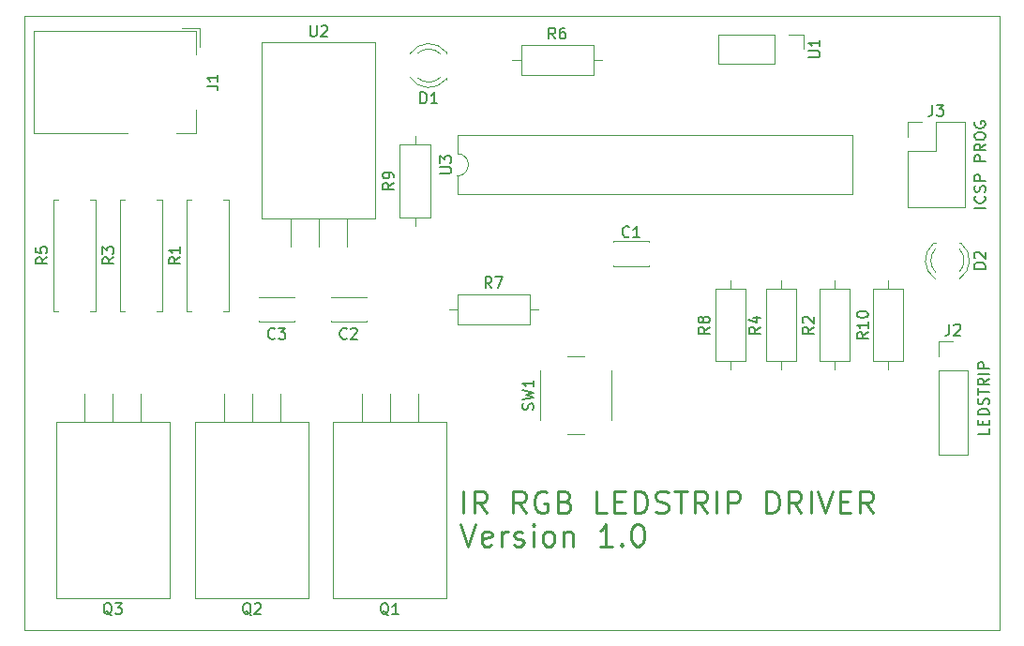
<source format=gbr>
G04 #@! TF.GenerationSoftware,KiCad,Pcbnew,(5.1.2)-2*
G04 #@! TF.CreationDate,2019-07-22T16:52:08+02:00*
G04 #@! TF.ProjectId,IR_RGB_LEDSTRIP_DRIVER,49525f52-4742-45f4-9c45-445354524950,rev?*
G04 #@! TF.SameCoordinates,Original*
G04 #@! TF.FileFunction,Legend,Top*
G04 #@! TF.FilePolarity,Positive*
%FSLAX46Y46*%
G04 Gerber Fmt 4.6, Leading zero omitted, Abs format (unit mm)*
G04 Created by KiCad (PCBNEW (5.1.2)-2) date 2019-07-22 16:52:08*
%MOMM*%
%LPD*%
G04 APERTURE LIST*
%ADD10C,0.150000*%
%ADD11C,0.050000*%
%ADD12C,0.250000*%
%ADD13C,0.120000*%
G04 APERTURE END LIST*
D10*
X86749380Y-17342952D02*
X85749380Y-17342952D01*
X86654142Y-16295333D02*
X86701761Y-16342952D01*
X86749380Y-16485809D01*
X86749380Y-16581047D01*
X86701761Y-16723904D01*
X86606523Y-16819142D01*
X86511285Y-16866761D01*
X86320809Y-16914380D01*
X86177952Y-16914380D01*
X85987476Y-16866761D01*
X85892238Y-16819142D01*
X85797000Y-16723904D01*
X85749380Y-16581047D01*
X85749380Y-16485809D01*
X85797000Y-16342952D01*
X85844619Y-16295333D01*
X86701761Y-15914380D02*
X86749380Y-15771523D01*
X86749380Y-15533428D01*
X86701761Y-15438190D01*
X86654142Y-15390571D01*
X86558904Y-15342952D01*
X86463666Y-15342952D01*
X86368428Y-15390571D01*
X86320809Y-15438190D01*
X86273190Y-15533428D01*
X86225571Y-15723904D01*
X86177952Y-15819142D01*
X86130333Y-15866761D01*
X86035095Y-15914380D01*
X85939857Y-15914380D01*
X85844619Y-15866761D01*
X85797000Y-15819142D01*
X85749380Y-15723904D01*
X85749380Y-15485809D01*
X85797000Y-15342952D01*
X86749380Y-14914380D02*
X85749380Y-14914380D01*
X85749380Y-14533428D01*
X85797000Y-14438190D01*
X85844619Y-14390571D01*
X85939857Y-14342952D01*
X86082714Y-14342952D01*
X86177952Y-14390571D01*
X86225571Y-14438190D01*
X86273190Y-14533428D01*
X86273190Y-14914380D01*
X86749380Y-13152476D02*
X85749380Y-13152476D01*
X85749380Y-12771523D01*
X85797000Y-12676285D01*
X85844619Y-12628666D01*
X85939857Y-12581047D01*
X86082714Y-12581047D01*
X86177952Y-12628666D01*
X86225571Y-12676285D01*
X86273190Y-12771523D01*
X86273190Y-13152476D01*
X86749380Y-11581047D02*
X86273190Y-11914380D01*
X86749380Y-12152476D02*
X85749380Y-12152476D01*
X85749380Y-11771523D01*
X85797000Y-11676285D01*
X85844619Y-11628666D01*
X85939857Y-11581047D01*
X86082714Y-11581047D01*
X86177952Y-11628666D01*
X86225571Y-11676285D01*
X86273190Y-11771523D01*
X86273190Y-12152476D01*
X85749380Y-10962000D02*
X85749380Y-10771523D01*
X85797000Y-10676285D01*
X85892238Y-10581047D01*
X86082714Y-10533428D01*
X86416047Y-10533428D01*
X86606523Y-10581047D01*
X86701761Y-10676285D01*
X86749380Y-10771523D01*
X86749380Y-10962000D01*
X86701761Y-11057238D01*
X86606523Y-11152476D01*
X86416047Y-11200095D01*
X86082714Y-11200095D01*
X85892238Y-11152476D01*
X85797000Y-11057238D01*
X85749380Y-10962000D01*
X85797000Y-9581047D02*
X85749380Y-9676285D01*
X85749380Y-9819142D01*
X85797000Y-9962000D01*
X85892238Y-10057238D01*
X85987476Y-10104857D01*
X86177952Y-10152476D01*
X86320809Y-10152476D01*
X86511285Y-10104857D01*
X86606523Y-10057238D01*
X86701761Y-9962000D01*
X86749380Y-9819142D01*
X86749380Y-9723904D01*
X86701761Y-9581047D01*
X86654142Y-9533428D01*
X86320809Y-9533428D01*
X86320809Y-9723904D01*
X87066380Y-37282095D02*
X87066380Y-37758285D01*
X86066380Y-37758285D01*
X86542571Y-36948761D02*
X86542571Y-36615428D01*
X87066380Y-36472571D02*
X87066380Y-36948761D01*
X86066380Y-36948761D01*
X86066380Y-36472571D01*
X87066380Y-36044000D02*
X86066380Y-36044000D01*
X86066380Y-35805904D01*
X86114000Y-35663047D01*
X86209238Y-35567809D01*
X86304476Y-35520190D01*
X86494952Y-35472571D01*
X86637809Y-35472571D01*
X86828285Y-35520190D01*
X86923523Y-35567809D01*
X87018761Y-35663047D01*
X87066380Y-35805904D01*
X87066380Y-36044000D01*
X87018761Y-35091619D02*
X87066380Y-34948761D01*
X87066380Y-34710666D01*
X87018761Y-34615428D01*
X86971142Y-34567809D01*
X86875904Y-34520190D01*
X86780666Y-34520190D01*
X86685428Y-34567809D01*
X86637809Y-34615428D01*
X86590190Y-34710666D01*
X86542571Y-34901142D01*
X86494952Y-34996380D01*
X86447333Y-35044000D01*
X86352095Y-35091619D01*
X86256857Y-35091619D01*
X86161619Y-35044000D01*
X86114000Y-34996380D01*
X86066380Y-34901142D01*
X86066380Y-34663047D01*
X86114000Y-34520190D01*
X86066380Y-34234476D02*
X86066380Y-33663047D01*
X87066380Y-33948761D02*
X86066380Y-33948761D01*
X87066380Y-32758285D02*
X86590190Y-33091619D01*
X87066380Y-33329714D02*
X86066380Y-33329714D01*
X86066380Y-32948761D01*
X86114000Y-32853523D01*
X86161619Y-32805904D01*
X86256857Y-32758285D01*
X86399714Y-32758285D01*
X86494952Y-32805904D01*
X86542571Y-32853523D01*
X86590190Y-32948761D01*
X86590190Y-33329714D01*
X87066380Y-32329714D02*
X86066380Y-32329714D01*
X87066380Y-31853523D02*
X86066380Y-31853523D01*
X86066380Y-31472571D01*
X86114000Y-31377333D01*
X86161619Y-31329714D01*
X86256857Y-31282095D01*
X86399714Y-31282095D01*
X86494952Y-31329714D01*
X86542571Y-31377333D01*
X86590190Y-31472571D01*
X86590190Y-31853523D01*
D11*
X88000000Y-55500000D02*
X88000000Y0D01*
X0Y-55500000D02*
X88000000Y-55500000D01*
X0Y0D02*
X0Y-55500000D01*
X82500000Y0D02*
X88000000Y0D01*
D12*
X39352976Y-45904761D02*
X40019642Y-47904761D01*
X40686309Y-45904761D01*
X42114880Y-47809523D02*
X41924404Y-47904761D01*
X41543452Y-47904761D01*
X41352976Y-47809523D01*
X41257738Y-47619047D01*
X41257738Y-46857142D01*
X41352976Y-46666666D01*
X41543452Y-46571428D01*
X41924404Y-46571428D01*
X42114880Y-46666666D01*
X42210119Y-46857142D01*
X42210119Y-47047619D01*
X41257738Y-47238095D01*
X43067261Y-47904761D02*
X43067261Y-46571428D01*
X43067261Y-46952380D02*
X43162500Y-46761904D01*
X43257738Y-46666666D01*
X43448214Y-46571428D01*
X43638690Y-46571428D01*
X44210119Y-47809523D02*
X44400595Y-47904761D01*
X44781547Y-47904761D01*
X44972023Y-47809523D01*
X45067261Y-47619047D01*
X45067261Y-47523809D01*
X44972023Y-47333333D01*
X44781547Y-47238095D01*
X44495833Y-47238095D01*
X44305357Y-47142857D01*
X44210119Y-46952380D01*
X44210119Y-46857142D01*
X44305357Y-46666666D01*
X44495833Y-46571428D01*
X44781547Y-46571428D01*
X44972023Y-46666666D01*
X45924404Y-47904761D02*
X45924404Y-46571428D01*
X45924404Y-45904761D02*
X45829166Y-46000000D01*
X45924404Y-46095238D01*
X46019642Y-46000000D01*
X45924404Y-45904761D01*
X45924404Y-46095238D01*
X47162500Y-47904761D02*
X46972023Y-47809523D01*
X46876785Y-47714285D01*
X46781547Y-47523809D01*
X46781547Y-46952380D01*
X46876785Y-46761904D01*
X46972023Y-46666666D01*
X47162500Y-46571428D01*
X47448214Y-46571428D01*
X47638690Y-46666666D01*
X47733928Y-46761904D01*
X47829166Y-46952380D01*
X47829166Y-47523809D01*
X47733928Y-47714285D01*
X47638690Y-47809523D01*
X47448214Y-47904761D01*
X47162500Y-47904761D01*
X48686309Y-46571428D02*
X48686309Y-47904761D01*
X48686309Y-46761904D02*
X48781547Y-46666666D01*
X48972023Y-46571428D01*
X49257738Y-46571428D01*
X49448214Y-46666666D01*
X49543452Y-46857142D01*
X49543452Y-47904761D01*
X53067261Y-47904761D02*
X51924404Y-47904761D01*
X52495833Y-47904761D02*
X52495833Y-45904761D01*
X52305357Y-46190476D01*
X52114880Y-46380952D01*
X51924404Y-46476190D01*
X53924404Y-47714285D02*
X54019642Y-47809523D01*
X53924404Y-47904761D01*
X53829166Y-47809523D01*
X53924404Y-47714285D01*
X53924404Y-47904761D01*
X55257738Y-45904761D02*
X55448214Y-45904761D01*
X55638690Y-46000000D01*
X55733928Y-46095238D01*
X55829166Y-46285714D01*
X55924404Y-46666666D01*
X55924404Y-47142857D01*
X55829166Y-47523809D01*
X55733928Y-47714285D01*
X55638690Y-47809523D01*
X55448214Y-47904761D01*
X55257738Y-47904761D01*
X55067261Y-47809523D01*
X54972023Y-47714285D01*
X54876785Y-47523809D01*
X54781547Y-47142857D01*
X54781547Y-46666666D01*
X54876785Y-46285714D01*
X54972023Y-46095238D01*
X55067261Y-46000000D01*
X55257738Y-45904761D01*
X39638690Y-44904761D02*
X39638690Y-42904761D01*
X41733928Y-44904761D02*
X41067261Y-43952380D01*
X40591071Y-44904761D02*
X40591071Y-42904761D01*
X41352976Y-42904761D01*
X41543452Y-43000000D01*
X41638690Y-43095238D01*
X41733928Y-43285714D01*
X41733928Y-43571428D01*
X41638690Y-43761904D01*
X41543452Y-43857142D01*
X41352976Y-43952380D01*
X40591071Y-43952380D01*
X45257738Y-44904761D02*
X44591071Y-43952380D01*
X44114880Y-44904761D02*
X44114880Y-42904761D01*
X44876785Y-42904761D01*
X45067261Y-43000000D01*
X45162500Y-43095238D01*
X45257738Y-43285714D01*
X45257738Y-43571428D01*
X45162500Y-43761904D01*
X45067261Y-43857142D01*
X44876785Y-43952380D01*
X44114880Y-43952380D01*
X47162500Y-43000000D02*
X46972023Y-42904761D01*
X46686309Y-42904761D01*
X46400595Y-43000000D01*
X46210119Y-43190476D01*
X46114880Y-43380952D01*
X46019642Y-43761904D01*
X46019642Y-44047619D01*
X46114880Y-44428571D01*
X46210119Y-44619047D01*
X46400595Y-44809523D01*
X46686309Y-44904761D01*
X46876785Y-44904761D01*
X47162500Y-44809523D01*
X47257738Y-44714285D01*
X47257738Y-44047619D01*
X46876785Y-44047619D01*
X48781547Y-43857142D02*
X49067261Y-43952380D01*
X49162500Y-44047619D01*
X49257738Y-44238095D01*
X49257738Y-44523809D01*
X49162500Y-44714285D01*
X49067261Y-44809523D01*
X48876785Y-44904761D01*
X48114880Y-44904761D01*
X48114880Y-42904761D01*
X48781547Y-42904761D01*
X48972023Y-43000000D01*
X49067261Y-43095238D01*
X49162500Y-43285714D01*
X49162500Y-43476190D01*
X49067261Y-43666666D01*
X48972023Y-43761904D01*
X48781547Y-43857142D01*
X48114880Y-43857142D01*
X52591071Y-44904761D02*
X51638690Y-44904761D01*
X51638690Y-42904761D01*
X53257738Y-43857142D02*
X53924404Y-43857142D01*
X54210119Y-44904761D02*
X53257738Y-44904761D01*
X53257738Y-42904761D01*
X54210119Y-42904761D01*
X55067261Y-44904761D02*
X55067261Y-42904761D01*
X55543452Y-42904761D01*
X55829166Y-43000000D01*
X56019642Y-43190476D01*
X56114880Y-43380952D01*
X56210119Y-43761904D01*
X56210119Y-44047619D01*
X56114880Y-44428571D01*
X56019642Y-44619047D01*
X55829166Y-44809523D01*
X55543452Y-44904761D01*
X55067261Y-44904761D01*
X56972023Y-44809523D02*
X57257738Y-44904761D01*
X57733928Y-44904761D01*
X57924404Y-44809523D01*
X58019642Y-44714285D01*
X58114880Y-44523809D01*
X58114880Y-44333333D01*
X58019642Y-44142857D01*
X57924404Y-44047619D01*
X57733928Y-43952380D01*
X57352976Y-43857142D01*
X57162500Y-43761904D01*
X57067261Y-43666666D01*
X56972023Y-43476190D01*
X56972023Y-43285714D01*
X57067261Y-43095238D01*
X57162500Y-43000000D01*
X57352976Y-42904761D01*
X57829166Y-42904761D01*
X58114880Y-43000000D01*
X58686309Y-42904761D02*
X59829166Y-42904761D01*
X59257738Y-44904761D02*
X59257738Y-42904761D01*
X61638690Y-44904761D02*
X60972023Y-43952380D01*
X60495833Y-44904761D02*
X60495833Y-42904761D01*
X61257738Y-42904761D01*
X61448214Y-43000000D01*
X61543452Y-43095238D01*
X61638690Y-43285714D01*
X61638690Y-43571428D01*
X61543452Y-43761904D01*
X61448214Y-43857142D01*
X61257738Y-43952380D01*
X60495833Y-43952380D01*
X62495833Y-44904761D02*
X62495833Y-42904761D01*
X63448214Y-44904761D02*
X63448214Y-42904761D01*
X64210119Y-42904761D01*
X64400595Y-43000000D01*
X64495833Y-43095238D01*
X64591071Y-43285714D01*
X64591071Y-43571428D01*
X64495833Y-43761904D01*
X64400595Y-43857142D01*
X64210119Y-43952380D01*
X63448214Y-43952380D01*
X66972023Y-44904761D02*
X66972023Y-42904761D01*
X67448214Y-42904761D01*
X67733928Y-43000000D01*
X67924404Y-43190476D01*
X68019642Y-43380952D01*
X68114880Y-43761904D01*
X68114880Y-44047619D01*
X68019642Y-44428571D01*
X67924404Y-44619047D01*
X67733928Y-44809523D01*
X67448214Y-44904761D01*
X66972023Y-44904761D01*
X70114880Y-44904761D02*
X69448214Y-43952380D01*
X68972023Y-44904761D02*
X68972023Y-42904761D01*
X69733928Y-42904761D01*
X69924404Y-43000000D01*
X70019642Y-43095238D01*
X70114880Y-43285714D01*
X70114880Y-43571428D01*
X70019642Y-43761904D01*
X69924404Y-43857142D01*
X69733928Y-43952380D01*
X68972023Y-43952380D01*
X70972023Y-44904761D02*
X70972023Y-42904761D01*
X71638690Y-42904761D02*
X72305357Y-44904761D01*
X72972023Y-42904761D01*
X73638690Y-43857142D02*
X74305357Y-43857142D01*
X74591071Y-44904761D02*
X73638690Y-44904761D01*
X73638690Y-42904761D01*
X74591071Y-42904761D01*
X76591071Y-44904761D02*
X75924404Y-43952380D01*
X75448214Y-44904761D02*
X75448214Y-42904761D01*
X76210119Y-42904761D01*
X76400595Y-43000000D01*
X76495833Y-43095238D01*
X76591071Y-43285714D01*
X76591071Y-43571428D01*
X76495833Y-43761904D01*
X76400595Y-43857142D01*
X76210119Y-43952380D01*
X75448214Y-43952380D01*
D11*
X0Y0D02*
X82500000Y0D01*
D13*
G04 #@! TO.C,J1*
X15500000Y-1400000D02*
X15500000Y-3500000D01*
X15800000Y-1100000D02*
X14200000Y-1100000D01*
X15800000Y-2800000D02*
X15800000Y-1100000D01*
X15500000Y-10600000D02*
X13700000Y-10600000D01*
X15500000Y-8500000D02*
X15500000Y-10600000D01*
X800000Y-1400000D02*
X15500000Y-1400000D01*
X800000Y-10600000D02*
X800000Y-1400000D01*
X9300000Y-10600000D02*
X800000Y-10600000D01*
G04 #@! TO.C,J3*
X79696000Y-9592000D02*
X81026000Y-9592000D01*
X79696000Y-10922000D02*
X79696000Y-9592000D01*
X82296000Y-9592000D02*
X84896000Y-9592000D01*
X82296000Y-12192000D02*
X82296000Y-9592000D01*
X79696000Y-12192000D02*
X82296000Y-12192000D01*
X84896000Y-9592000D02*
X84896000Y-17332000D01*
X79696000Y-12192000D02*
X79696000Y-17332000D01*
X79696000Y-17332000D02*
X84896000Y-17332000D01*
G04 #@! TO.C,R10*
X77978000Y-31980000D02*
X77978000Y-31210000D01*
X77978000Y-23900000D02*
X77978000Y-24670000D01*
X79348000Y-31210000D02*
X79348000Y-24670000D01*
X76608000Y-31210000D02*
X79348000Y-31210000D01*
X76608000Y-24670000D02*
X76608000Y-31210000D01*
X79348000Y-24670000D02*
X76608000Y-24670000D01*
G04 #@! TO.C,R9*
X35250000Y-10880000D02*
X35250000Y-11650000D01*
X35250000Y-18960000D02*
X35250000Y-18190000D01*
X33880000Y-11650000D02*
X33880000Y-18190000D01*
X36620000Y-11650000D02*
X33880000Y-11650000D01*
X36620000Y-18190000D02*
X36620000Y-11650000D01*
X33880000Y-18190000D02*
X36620000Y-18190000D01*
G04 #@! TO.C,D2*
X82232000Y-20538000D02*
X82076000Y-20538000D01*
X84548000Y-20538000D02*
X84392000Y-20538000D01*
X82232163Y-23139130D02*
G75*
G02X82232000Y-21057039I1079837J1041130D01*
G01*
X84391837Y-23139130D02*
G75*
G03X84392000Y-21057039I-1079837J1041130D01*
G01*
X82233392Y-23770335D02*
G75*
G02X82076484Y-20538000I1078608J1672335D01*
G01*
X84390608Y-23770335D02*
G75*
G03X84547516Y-20538000I-1078608J1672335D01*
G01*
G04 #@! TO.C,D1*
X38040000Y-3420000D02*
X38040000Y-3264000D01*
X38040000Y-5736000D02*
X38040000Y-5580000D01*
X35438870Y-3420163D02*
G75*
G02X37520961Y-3420000I1041130J-1079837D01*
G01*
X35438870Y-5579837D02*
G75*
G03X37520961Y-5580000I1041130J1079837D01*
G01*
X34807665Y-3421392D02*
G75*
G02X38040000Y-3264484I1672335J-1078608D01*
G01*
X34807665Y-5578608D02*
G75*
G03X38040000Y-5735516I1672335J1078608D01*
G01*
G04 #@! TO.C,C1*
X56370000Y-22555000D02*
X56370000Y-22620000D01*
X56370000Y-20380000D02*
X56370000Y-20445000D01*
X53130000Y-22555000D02*
X53130000Y-22620000D01*
X53130000Y-20380000D02*
X53130000Y-20445000D01*
X53130000Y-22620000D02*
X56370000Y-22620000D01*
X53130000Y-20380000D02*
X56370000Y-20380000D01*
G04 #@! TO.C,C2*
X27630000Y-25445000D02*
X27630000Y-25380000D01*
X27630000Y-27620000D02*
X27630000Y-27555000D01*
X30870000Y-25445000D02*
X30870000Y-25380000D01*
X30870000Y-27620000D02*
X30870000Y-27555000D01*
X30870000Y-25380000D02*
X27630000Y-25380000D01*
X30870000Y-27620000D02*
X27630000Y-27620000D01*
G04 #@! TO.C,C3*
X21130000Y-25445000D02*
X21130000Y-25380000D01*
X21130000Y-27620000D02*
X21130000Y-27555000D01*
X24370000Y-25445000D02*
X24370000Y-25380000D01*
X24370000Y-27620000D02*
X24370000Y-27555000D01*
X24370000Y-25380000D02*
X21130000Y-25380000D01*
X24370000Y-27620000D02*
X21130000Y-27620000D01*
G04 #@! TO.C,J2*
X82490000Y-29404000D02*
X83820000Y-29404000D01*
X82490000Y-30734000D02*
X82490000Y-29404000D01*
X82490000Y-32004000D02*
X85150000Y-32004000D01*
X85150000Y-32004000D02*
X85150000Y-39684000D01*
X82490000Y-32004000D02*
X82490000Y-39684000D01*
X82490000Y-39684000D02*
X85150000Y-39684000D01*
G04 #@! TO.C,R1*
X18420000Y-16580000D02*
X17940000Y-16580000D01*
X18420000Y-26720000D02*
X18420000Y-16580000D01*
X17940000Y-26720000D02*
X18420000Y-26720000D01*
X14580000Y-16580000D02*
X15060000Y-16580000D01*
X14580000Y-26720000D02*
X14580000Y-16580000D01*
X15060000Y-26720000D02*
X14580000Y-26720000D01*
G04 #@! TO.C,R3*
X12420000Y-16580000D02*
X11940000Y-16580000D01*
X12420000Y-26720000D02*
X12420000Y-16580000D01*
X11940000Y-26720000D02*
X12420000Y-26720000D01*
X8580000Y-16580000D02*
X9060000Y-16580000D01*
X8580000Y-26720000D02*
X8580000Y-16580000D01*
X9060000Y-26720000D02*
X8580000Y-26720000D01*
G04 #@! TO.C,R5*
X6420000Y-16580000D02*
X5940000Y-16580000D01*
X6420000Y-26720000D02*
X6420000Y-16580000D01*
X5940000Y-26720000D02*
X6420000Y-26720000D01*
X2580000Y-16580000D02*
X3060000Y-16580000D01*
X2580000Y-26720000D02*
X2580000Y-16580000D01*
X3060000Y-26720000D02*
X2580000Y-26720000D01*
G04 #@! TO.C,SW1*
X50500000Y-30750000D02*
X49000000Y-30750000D01*
X46500000Y-32000000D02*
X46500000Y-36500000D01*
X49000000Y-37750000D02*
X50500000Y-37750000D01*
X53000000Y-36500000D02*
X53000000Y-32000000D01*
G04 #@! TO.C,U1*
X70330000Y-1670000D02*
X70330000Y-3000000D01*
X69000000Y-1670000D02*
X70330000Y-1670000D01*
X67730000Y-1670000D02*
X67730000Y-4330000D01*
X67730000Y-4330000D02*
X62590000Y-4330000D01*
X67730000Y-1670000D02*
X62590000Y-1670000D01*
X62590000Y-1670000D02*
X62590000Y-4330000D01*
G04 #@! TO.C,U3*
X39056000Y-10812000D02*
X39056000Y-12462000D01*
X74736000Y-10812000D02*
X39056000Y-10812000D01*
X74736000Y-16112000D02*
X74736000Y-10812000D01*
X39056000Y-16112000D02*
X74736000Y-16112000D01*
X39056000Y-14462000D02*
X39056000Y-16112000D01*
X39056000Y-12462000D02*
G75*
G02X39056000Y-14462000I0J-1000000D01*
G01*
G04 #@! TO.C,Q1*
X30420000Y-36690000D02*
X30420000Y-34150000D01*
X32960000Y-36690000D02*
X32960000Y-34150000D01*
X35500000Y-36690000D02*
X35500000Y-34150000D01*
X27840000Y-52580000D02*
X27840000Y-36690000D01*
X38080000Y-52580000D02*
X38080000Y-36690000D01*
X38080000Y-52580000D02*
X27840000Y-52580000D01*
X38080000Y-36690000D02*
X27840000Y-36690000D01*
G04 #@! TO.C,Q2*
X25660000Y-36690000D02*
X15420000Y-36690000D01*
X25660000Y-52580000D02*
X15420000Y-52580000D01*
X25660000Y-52580000D02*
X25660000Y-36690000D01*
X15420000Y-52580000D02*
X15420000Y-36690000D01*
X23080000Y-36690000D02*
X23080000Y-34150000D01*
X20540000Y-36690000D02*
X20540000Y-34150000D01*
X18000000Y-36690000D02*
X18000000Y-34150000D01*
G04 #@! TO.C,Q3*
X5420000Y-36690000D02*
X5420000Y-34150000D01*
X7960000Y-36690000D02*
X7960000Y-34150000D01*
X10500000Y-36690000D02*
X10500000Y-34150000D01*
X2840000Y-52580000D02*
X2840000Y-36690000D01*
X13080000Y-52580000D02*
X13080000Y-36690000D01*
X13080000Y-52580000D02*
X2840000Y-52580000D01*
X13080000Y-36690000D02*
X2840000Y-36690000D01*
G04 #@! TO.C,U2*
X21420000Y-18310000D02*
X31660000Y-18310000D01*
X21420000Y-2420000D02*
X31660000Y-2420000D01*
X21420000Y-2420000D02*
X21420000Y-18310000D01*
X31660000Y-2420000D02*
X31660000Y-18310000D01*
X24000000Y-18310000D02*
X24000000Y-20850000D01*
X26540000Y-18310000D02*
X26540000Y-20850000D01*
X29080000Y-18310000D02*
X29080000Y-20850000D01*
G04 #@! TO.C,R2*
X73152000Y-23900000D02*
X73152000Y-24670000D01*
X73152000Y-31980000D02*
X73152000Y-31210000D01*
X71782000Y-24670000D02*
X71782000Y-31210000D01*
X74522000Y-24670000D02*
X71782000Y-24670000D01*
X74522000Y-31210000D02*
X74522000Y-24670000D01*
X71782000Y-31210000D02*
X74522000Y-31210000D01*
G04 #@! TO.C,R4*
X68326000Y-23900000D02*
X68326000Y-24670000D01*
X68326000Y-31980000D02*
X68326000Y-31210000D01*
X66956000Y-24670000D02*
X66956000Y-31210000D01*
X69696000Y-24670000D02*
X66956000Y-24670000D01*
X69696000Y-31210000D02*
X69696000Y-24670000D01*
X66956000Y-31210000D02*
X69696000Y-31210000D01*
G04 #@! TO.C,R6*
X44810000Y-2630000D02*
X44810000Y-5370000D01*
X44810000Y-5370000D02*
X51350000Y-5370000D01*
X51350000Y-5370000D02*
X51350000Y-2630000D01*
X51350000Y-2630000D02*
X44810000Y-2630000D01*
X44040000Y-4000000D02*
X44810000Y-4000000D01*
X52120000Y-4000000D02*
X51350000Y-4000000D01*
G04 #@! TO.C,R7*
X39060000Y-25130000D02*
X39060000Y-27870000D01*
X39060000Y-27870000D02*
X45600000Y-27870000D01*
X45600000Y-27870000D02*
X45600000Y-25130000D01*
X45600000Y-25130000D02*
X39060000Y-25130000D01*
X38290000Y-26500000D02*
X39060000Y-26500000D01*
X46370000Y-26500000D02*
X45600000Y-26500000D01*
G04 #@! TO.C,R8*
X62384000Y-31210000D02*
X65124000Y-31210000D01*
X65124000Y-31210000D02*
X65124000Y-24670000D01*
X65124000Y-24670000D02*
X62384000Y-24670000D01*
X62384000Y-24670000D02*
X62384000Y-31210000D01*
X63754000Y-31980000D02*
X63754000Y-31210000D01*
X63754000Y-23900000D02*
X63754000Y-24670000D01*
G04 #@! TD*
G04 #@! TO.C,J1*
D10*
X16452380Y-6333333D02*
X17166666Y-6333333D01*
X17309523Y-6380952D01*
X17404761Y-6476190D01*
X17452380Y-6619047D01*
X17452380Y-6714285D01*
X17452380Y-5333333D02*
X17452380Y-5904761D01*
X17452380Y-5619047D02*
X16452380Y-5619047D01*
X16595238Y-5714285D01*
X16690476Y-5809523D01*
X16738095Y-5904761D01*
G04 #@! TO.C,J3*
X81962666Y-8044380D02*
X81962666Y-8758666D01*
X81915047Y-8901523D01*
X81819809Y-8996761D01*
X81676952Y-9044380D01*
X81581714Y-9044380D01*
X82343619Y-8044380D02*
X82962666Y-8044380D01*
X82629333Y-8425333D01*
X82772190Y-8425333D01*
X82867428Y-8472952D01*
X82915047Y-8520571D01*
X82962666Y-8615809D01*
X82962666Y-8853904D01*
X82915047Y-8949142D01*
X82867428Y-8996761D01*
X82772190Y-9044380D01*
X82486476Y-9044380D01*
X82391238Y-8996761D01*
X82343619Y-8949142D01*
G04 #@! TO.C,R10*
X76144380Y-28582857D02*
X75668190Y-28916190D01*
X76144380Y-29154285D02*
X75144380Y-29154285D01*
X75144380Y-28773333D01*
X75192000Y-28678095D01*
X75239619Y-28630476D01*
X75334857Y-28582857D01*
X75477714Y-28582857D01*
X75572952Y-28630476D01*
X75620571Y-28678095D01*
X75668190Y-28773333D01*
X75668190Y-29154285D01*
X76144380Y-27630476D02*
X76144380Y-28201904D01*
X76144380Y-27916190D02*
X75144380Y-27916190D01*
X75287238Y-28011428D01*
X75382476Y-28106666D01*
X75430095Y-28201904D01*
X75144380Y-27011428D02*
X75144380Y-26916190D01*
X75192000Y-26820952D01*
X75239619Y-26773333D01*
X75334857Y-26725714D01*
X75525333Y-26678095D01*
X75763428Y-26678095D01*
X75953904Y-26725714D01*
X76049142Y-26773333D01*
X76096761Y-26820952D01*
X76144380Y-26916190D01*
X76144380Y-27011428D01*
X76096761Y-27106666D01*
X76049142Y-27154285D01*
X75953904Y-27201904D01*
X75763428Y-27249523D01*
X75525333Y-27249523D01*
X75334857Y-27201904D01*
X75239619Y-27154285D01*
X75192000Y-27106666D01*
X75144380Y-27011428D01*
G04 #@! TO.C,R9*
X33332380Y-15086666D02*
X32856190Y-15420000D01*
X33332380Y-15658095D02*
X32332380Y-15658095D01*
X32332380Y-15277142D01*
X32380000Y-15181904D01*
X32427619Y-15134285D01*
X32522857Y-15086666D01*
X32665714Y-15086666D01*
X32760952Y-15134285D01*
X32808571Y-15181904D01*
X32856190Y-15277142D01*
X32856190Y-15658095D01*
X33332380Y-14610476D02*
X33332380Y-14420000D01*
X33284761Y-14324761D01*
X33237142Y-14277142D01*
X33094285Y-14181904D01*
X32903809Y-14134285D01*
X32522857Y-14134285D01*
X32427619Y-14181904D01*
X32380000Y-14229523D01*
X32332380Y-14324761D01*
X32332380Y-14515238D01*
X32380000Y-14610476D01*
X32427619Y-14658095D01*
X32522857Y-14705714D01*
X32760952Y-14705714D01*
X32856190Y-14658095D01*
X32903809Y-14610476D01*
X32951428Y-14515238D01*
X32951428Y-14324761D01*
X32903809Y-14229523D01*
X32856190Y-14181904D01*
X32760952Y-14134285D01*
G04 #@! TO.C,D2*
X86724380Y-22836095D02*
X85724380Y-22836095D01*
X85724380Y-22598000D01*
X85772000Y-22455142D01*
X85867238Y-22359904D01*
X85962476Y-22312285D01*
X86152952Y-22264666D01*
X86295809Y-22264666D01*
X86486285Y-22312285D01*
X86581523Y-22359904D01*
X86676761Y-22455142D01*
X86724380Y-22598000D01*
X86724380Y-22836095D01*
X85819619Y-21883714D02*
X85772000Y-21836095D01*
X85724380Y-21740857D01*
X85724380Y-21502761D01*
X85772000Y-21407523D01*
X85819619Y-21359904D01*
X85914857Y-21312285D01*
X86010095Y-21312285D01*
X86152952Y-21359904D01*
X86724380Y-21931333D01*
X86724380Y-21312285D01*
G04 #@! TO.C,D1*
X35741904Y-7912380D02*
X35741904Y-6912380D01*
X35980000Y-6912380D01*
X36122857Y-6960000D01*
X36218095Y-7055238D01*
X36265714Y-7150476D01*
X36313333Y-7340952D01*
X36313333Y-7483809D01*
X36265714Y-7674285D01*
X36218095Y-7769523D01*
X36122857Y-7864761D01*
X35980000Y-7912380D01*
X35741904Y-7912380D01*
X37265714Y-7912380D02*
X36694285Y-7912380D01*
X36980000Y-7912380D02*
X36980000Y-6912380D01*
X36884761Y-7055238D01*
X36789523Y-7150476D01*
X36694285Y-7198095D01*
G04 #@! TO.C,C1*
X54583333Y-19915142D02*
X54535714Y-19962761D01*
X54392857Y-20010380D01*
X54297619Y-20010380D01*
X54154761Y-19962761D01*
X54059523Y-19867523D01*
X54011904Y-19772285D01*
X53964285Y-19581809D01*
X53964285Y-19438952D01*
X54011904Y-19248476D01*
X54059523Y-19153238D01*
X54154761Y-19058000D01*
X54297619Y-19010380D01*
X54392857Y-19010380D01*
X54535714Y-19058000D01*
X54583333Y-19105619D01*
X55535714Y-20010380D02*
X54964285Y-20010380D01*
X55250000Y-20010380D02*
X55250000Y-19010380D01*
X55154761Y-19153238D01*
X55059523Y-19248476D01*
X54964285Y-19296095D01*
G04 #@! TO.C,C2*
X29083333Y-29107142D02*
X29035714Y-29154761D01*
X28892857Y-29202380D01*
X28797619Y-29202380D01*
X28654761Y-29154761D01*
X28559523Y-29059523D01*
X28511904Y-28964285D01*
X28464285Y-28773809D01*
X28464285Y-28630952D01*
X28511904Y-28440476D01*
X28559523Y-28345238D01*
X28654761Y-28250000D01*
X28797619Y-28202380D01*
X28892857Y-28202380D01*
X29035714Y-28250000D01*
X29083333Y-28297619D01*
X29464285Y-28297619D02*
X29511904Y-28250000D01*
X29607142Y-28202380D01*
X29845238Y-28202380D01*
X29940476Y-28250000D01*
X29988095Y-28297619D01*
X30035714Y-28392857D01*
X30035714Y-28488095D01*
X29988095Y-28630952D01*
X29416666Y-29202380D01*
X30035714Y-29202380D01*
G04 #@! TO.C,C3*
X22583333Y-29107142D02*
X22535714Y-29154761D01*
X22392857Y-29202380D01*
X22297619Y-29202380D01*
X22154761Y-29154761D01*
X22059523Y-29059523D01*
X22011904Y-28964285D01*
X21964285Y-28773809D01*
X21964285Y-28630952D01*
X22011904Y-28440476D01*
X22059523Y-28345238D01*
X22154761Y-28250000D01*
X22297619Y-28202380D01*
X22392857Y-28202380D01*
X22535714Y-28250000D01*
X22583333Y-28297619D01*
X22916666Y-28202380D02*
X23535714Y-28202380D01*
X23202380Y-28583333D01*
X23345238Y-28583333D01*
X23440476Y-28630952D01*
X23488095Y-28678571D01*
X23535714Y-28773809D01*
X23535714Y-29011904D01*
X23488095Y-29107142D01*
X23440476Y-29154761D01*
X23345238Y-29202380D01*
X23059523Y-29202380D01*
X22964285Y-29154761D01*
X22916666Y-29107142D01*
G04 #@! TO.C,J2*
X83486666Y-27856380D02*
X83486666Y-28570666D01*
X83439047Y-28713523D01*
X83343809Y-28808761D01*
X83200952Y-28856380D01*
X83105714Y-28856380D01*
X83915238Y-27951619D02*
X83962857Y-27904000D01*
X84058095Y-27856380D01*
X84296190Y-27856380D01*
X84391428Y-27904000D01*
X84439047Y-27951619D01*
X84486666Y-28046857D01*
X84486666Y-28142095D01*
X84439047Y-28284952D01*
X83867619Y-28856380D01*
X84486666Y-28856380D01*
G04 #@! TO.C,R1*
X14032380Y-21816666D02*
X13556190Y-22150000D01*
X14032380Y-22388095D02*
X13032380Y-22388095D01*
X13032380Y-22007142D01*
X13080000Y-21911904D01*
X13127619Y-21864285D01*
X13222857Y-21816666D01*
X13365714Y-21816666D01*
X13460952Y-21864285D01*
X13508571Y-21911904D01*
X13556190Y-22007142D01*
X13556190Y-22388095D01*
X14032380Y-20864285D02*
X14032380Y-21435714D01*
X14032380Y-21150000D02*
X13032380Y-21150000D01*
X13175238Y-21245238D01*
X13270476Y-21340476D01*
X13318095Y-21435714D01*
G04 #@! TO.C,R3*
X8032380Y-21816666D02*
X7556190Y-22150000D01*
X8032380Y-22388095D02*
X7032380Y-22388095D01*
X7032380Y-22007142D01*
X7080000Y-21911904D01*
X7127619Y-21864285D01*
X7222857Y-21816666D01*
X7365714Y-21816666D01*
X7460952Y-21864285D01*
X7508571Y-21911904D01*
X7556190Y-22007142D01*
X7556190Y-22388095D01*
X7032380Y-21483333D02*
X7032380Y-20864285D01*
X7413333Y-21197619D01*
X7413333Y-21054761D01*
X7460952Y-20959523D01*
X7508571Y-20911904D01*
X7603809Y-20864285D01*
X7841904Y-20864285D01*
X7937142Y-20911904D01*
X7984761Y-20959523D01*
X8032380Y-21054761D01*
X8032380Y-21340476D01*
X7984761Y-21435714D01*
X7937142Y-21483333D01*
G04 #@! TO.C,R5*
X2032380Y-21816666D02*
X1556190Y-22150000D01*
X2032380Y-22388095D02*
X1032380Y-22388095D01*
X1032380Y-22007142D01*
X1080000Y-21911904D01*
X1127619Y-21864285D01*
X1222857Y-21816666D01*
X1365714Y-21816666D01*
X1460952Y-21864285D01*
X1508571Y-21911904D01*
X1556190Y-22007142D01*
X1556190Y-22388095D01*
X1032380Y-20911904D02*
X1032380Y-21388095D01*
X1508571Y-21435714D01*
X1460952Y-21388095D01*
X1413333Y-21292857D01*
X1413333Y-21054761D01*
X1460952Y-20959523D01*
X1508571Y-20911904D01*
X1603809Y-20864285D01*
X1841904Y-20864285D01*
X1937142Y-20911904D01*
X1984761Y-20959523D01*
X2032380Y-21054761D01*
X2032380Y-21292857D01*
X1984761Y-21388095D01*
X1937142Y-21435714D01*
G04 #@! TO.C,SW1*
X45904761Y-35583333D02*
X45952380Y-35440476D01*
X45952380Y-35202380D01*
X45904761Y-35107142D01*
X45857142Y-35059523D01*
X45761904Y-35011904D01*
X45666666Y-35011904D01*
X45571428Y-35059523D01*
X45523809Y-35107142D01*
X45476190Y-35202380D01*
X45428571Y-35392857D01*
X45380952Y-35488095D01*
X45333333Y-35535714D01*
X45238095Y-35583333D01*
X45142857Y-35583333D01*
X45047619Y-35535714D01*
X45000000Y-35488095D01*
X44952380Y-35392857D01*
X44952380Y-35154761D01*
X45000000Y-35011904D01*
X44952380Y-34678571D02*
X45952380Y-34440476D01*
X45238095Y-34250000D01*
X45952380Y-34059523D01*
X44952380Y-33821428D01*
X45952380Y-32916666D02*
X45952380Y-33488095D01*
X45952380Y-33202380D02*
X44952380Y-33202380D01*
X45095238Y-33297619D01*
X45190476Y-33392857D01*
X45238095Y-33488095D01*
G04 #@! TO.C,U1*
X70782380Y-3761904D02*
X71591904Y-3761904D01*
X71687142Y-3714285D01*
X71734761Y-3666666D01*
X71782380Y-3571428D01*
X71782380Y-3380952D01*
X71734761Y-3285714D01*
X71687142Y-3238095D01*
X71591904Y-3190476D01*
X70782380Y-3190476D01*
X71782380Y-2190476D02*
X71782380Y-2761904D01*
X71782380Y-2476190D02*
X70782380Y-2476190D01*
X70925238Y-2571428D01*
X71020476Y-2666666D01*
X71068095Y-2761904D01*
G04 #@! TO.C,U3*
X37508380Y-14223904D02*
X38317904Y-14223904D01*
X38413142Y-14176285D01*
X38460761Y-14128666D01*
X38508380Y-14033428D01*
X38508380Y-13842952D01*
X38460761Y-13747714D01*
X38413142Y-13700095D01*
X38317904Y-13652476D01*
X37508380Y-13652476D01*
X37508380Y-13271523D02*
X37508380Y-12652476D01*
X37889333Y-12985809D01*
X37889333Y-12842952D01*
X37936952Y-12747714D01*
X37984571Y-12700095D01*
X38079809Y-12652476D01*
X38317904Y-12652476D01*
X38413142Y-12700095D01*
X38460761Y-12747714D01*
X38508380Y-12842952D01*
X38508380Y-13128666D01*
X38460761Y-13223904D01*
X38413142Y-13271523D01*
G04 #@! TO.C,Q1*
X32864761Y-54127619D02*
X32769523Y-54080000D01*
X32674285Y-53984761D01*
X32531428Y-53841904D01*
X32436190Y-53794285D01*
X32340952Y-53794285D01*
X32388571Y-54032380D02*
X32293333Y-53984761D01*
X32198095Y-53889523D01*
X32150476Y-53699047D01*
X32150476Y-53365714D01*
X32198095Y-53175238D01*
X32293333Y-53080000D01*
X32388571Y-53032380D01*
X32579047Y-53032380D01*
X32674285Y-53080000D01*
X32769523Y-53175238D01*
X32817142Y-53365714D01*
X32817142Y-53699047D01*
X32769523Y-53889523D01*
X32674285Y-53984761D01*
X32579047Y-54032380D01*
X32388571Y-54032380D01*
X33769523Y-54032380D02*
X33198095Y-54032380D01*
X33483809Y-54032380D02*
X33483809Y-53032380D01*
X33388571Y-53175238D01*
X33293333Y-53270476D01*
X33198095Y-53318095D01*
G04 #@! TO.C,Q2*
X20444761Y-54127619D02*
X20349523Y-54080000D01*
X20254285Y-53984761D01*
X20111428Y-53841904D01*
X20016190Y-53794285D01*
X19920952Y-53794285D01*
X19968571Y-54032380D02*
X19873333Y-53984761D01*
X19778095Y-53889523D01*
X19730476Y-53699047D01*
X19730476Y-53365714D01*
X19778095Y-53175238D01*
X19873333Y-53080000D01*
X19968571Y-53032380D01*
X20159047Y-53032380D01*
X20254285Y-53080000D01*
X20349523Y-53175238D01*
X20397142Y-53365714D01*
X20397142Y-53699047D01*
X20349523Y-53889523D01*
X20254285Y-53984761D01*
X20159047Y-54032380D01*
X19968571Y-54032380D01*
X20778095Y-53127619D02*
X20825714Y-53080000D01*
X20920952Y-53032380D01*
X21159047Y-53032380D01*
X21254285Y-53080000D01*
X21301904Y-53127619D01*
X21349523Y-53222857D01*
X21349523Y-53318095D01*
X21301904Y-53460952D01*
X20730476Y-54032380D01*
X21349523Y-54032380D01*
G04 #@! TO.C,Q3*
X7864761Y-54127619D02*
X7769523Y-54080000D01*
X7674285Y-53984761D01*
X7531428Y-53841904D01*
X7436190Y-53794285D01*
X7340952Y-53794285D01*
X7388571Y-54032380D02*
X7293333Y-53984761D01*
X7198095Y-53889523D01*
X7150476Y-53699047D01*
X7150476Y-53365714D01*
X7198095Y-53175238D01*
X7293333Y-53080000D01*
X7388571Y-53032380D01*
X7579047Y-53032380D01*
X7674285Y-53080000D01*
X7769523Y-53175238D01*
X7817142Y-53365714D01*
X7817142Y-53699047D01*
X7769523Y-53889523D01*
X7674285Y-53984761D01*
X7579047Y-54032380D01*
X7388571Y-54032380D01*
X8150476Y-53032380D02*
X8769523Y-53032380D01*
X8436190Y-53413333D01*
X8579047Y-53413333D01*
X8674285Y-53460952D01*
X8721904Y-53508571D01*
X8769523Y-53603809D01*
X8769523Y-53841904D01*
X8721904Y-53937142D01*
X8674285Y-53984761D01*
X8579047Y-54032380D01*
X8293333Y-54032380D01*
X8198095Y-53984761D01*
X8150476Y-53937142D01*
G04 #@! TO.C,U2*
X25778095Y-872380D02*
X25778095Y-1681904D01*
X25825714Y-1777142D01*
X25873333Y-1824761D01*
X25968571Y-1872380D01*
X26159047Y-1872380D01*
X26254285Y-1824761D01*
X26301904Y-1777142D01*
X26349523Y-1681904D01*
X26349523Y-872380D01*
X26778095Y-967619D02*
X26825714Y-920000D01*
X26920952Y-872380D01*
X27159047Y-872380D01*
X27254285Y-920000D01*
X27301904Y-967619D01*
X27349523Y-1062857D01*
X27349523Y-1158095D01*
X27301904Y-1300952D01*
X26730476Y-1872380D01*
X27349523Y-1872380D01*
G04 #@! TO.C,R2*
X71234380Y-28106666D02*
X70758190Y-28440000D01*
X71234380Y-28678095D02*
X70234380Y-28678095D01*
X70234380Y-28297142D01*
X70282000Y-28201904D01*
X70329619Y-28154285D01*
X70424857Y-28106666D01*
X70567714Y-28106666D01*
X70662952Y-28154285D01*
X70710571Y-28201904D01*
X70758190Y-28297142D01*
X70758190Y-28678095D01*
X70329619Y-27725714D02*
X70282000Y-27678095D01*
X70234380Y-27582857D01*
X70234380Y-27344761D01*
X70282000Y-27249523D01*
X70329619Y-27201904D01*
X70424857Y-27154285D01*
X70520095Y-27154285D01*
X70662952Y-27201904D01*
X71234380Y-27773333D01*
X71234380Y-27154285D01*
G04 #@! TO.C,R4*
X66408380Y-28106666D02*
X65932190Y-28440000D01*
X66408380Y-28678095D02*
X65408380Y-28678095D01*
X65408380Y-28297142D01*
X65456000Y-28201904D01*
X65503619Y-28154285D01*
X65598857Y-28106666D01*
X65741714Y-28106666D01*
X65836952Y-28154285D01*
X65884571Y-28201904D01*
X65932190Y-28297142D01*
X65932190Y-28678095D01*
X65741714Y-27249523D02*
X66408380Y-27249523D01*
X65360761Y-27487619D02*
X66075047Y-27725714D01*
X66075047Y-27106666D01*
G04 #@! TO.C,R6*
X47913333Y-2082380D02*
X47580000Y-1606190D01*
X47341904Y-2082380D02*
X47341904Y-1082380D01*
X47722857Y-1082380D01*
X47818095Y-1130000D01*
X47865714Y-1177619D01*
X47913333Y-1272857D01*
X47913333Y-1415714D01*
X47865714Y-1510952D01*
X47818095Y-1558571D01*
X47722857Y-1606190D01*
X47341904Y-1606190D01*
X48770476Y-1082380D02*
X48580000Y-1082380D01*
X48484761Y-1130000D01*
X48437142Y-1177619D01*
X48341904Y-1320476D01*
X48294285Y-1510952D01*
X48294285Y-1891904D01*
X48341904Y-1987142D01*
X48389523Y-2034761D01*
X48484761Y-2082380D01*
X48675238Y-2082380D01*
X48770476Y-2034761D01*
X48818095Y-1987142D01*
X48865714Y-1891904D01*
X48865714Y-1653809D01*
X48818095Y-1558571D01*
X48770476Y-1510952D01*
X48675238Y-1463333D01*
X48484761Y-1463333D01*
X48389523Y-1510952D01*
X48341904Y-1558571D01*
X48294285Y-1653809D01*
G04 #@! TO.C,R7*
X42163333Y-24582380D02*
X41830000Y-24106190D01*
X41591904Y-24582380D02*
X41591904Y-23582380D01*
X41972857Y-23582380D01*
X42068095Y-23630000D01*
X42115714Y-23677619D01*
X42163333Y-23772857D01*
X42163333Y-23915714D01*
X42115714Y-24010952D01*
X42068095Y-24058571D01*
X41972857Y-24106190D01*
X41591904Y-24106190D01*
X42496666Y-23582380D02*
X43163333Y-23582380D01*
X42734761Y-24582380D01*
G04 #@! TO.C,R8*
X61836380Y-28106666D02*
X61360190Y-28440000D01*
X61836380Y-28678095D02*
X60836380Y-28678095D01*
X60836380Y-28297142D01*
X60884000Y-28201904D01*
X60931619Y-28154285D01*
X61026857Y-28106666D01*
X61169714Y-28106666D01*
X61264952Y-28154285D01*
X61312571Y-28201904D01*
X61360190Y-28297142D01*
X61360190Y-28678095D01*
X61264952Y-27535238D02*
X61217333Y-27630476D01*
X61169714Y-27678095D01*
X61074476Y-27725714D01*
X61026857Y-27725714D01*
X60931619Y-27678095D01*
X60884000Y-27630476D01*
X60836380Y-27535238D01*
X60836380Y-27344761D01*
X60884000Y-27249523D01*
X60931619Y-27201904D01*
X61026857Y-27154285D01*
X61074476Y-27154285D01*
X61169714Y-27201904D01*
X61217333Y-27249523D01*
X61264952Y-27344761D01*
X61264952Y-27535238D01*
X61312571Y-27630476D01*
X61360190Y-27678095D01*
X61455428Y-27725714D01*
X61645904Y-27725714D01*
X61741142Y-27678095D01*
X61788761Y-27630476D01*
X61836380Y-27535238D01*
X61836380Y-27344761D01*
X61788761Y-27249523D01*
X61741142Y-27201904D01*
X61645904Y-27154285D01*
X61455428Y-27154285D01*
X61360190Y-27201904D01*
X61312571Y-27249523D01*
X61264952Y-27344761D01*
G04 #@! TD*
M02*

</source>
